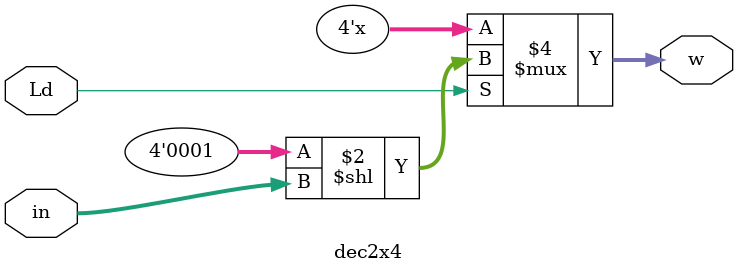
<source format=v>
module dec2x4(output reg [3:0]w, input wire [1:0]in, input wire Ld);
	always @ (Ld)
	begin
		if(Ld)
			w = 4'b0001<<in;
	end
endmodule
</source>
